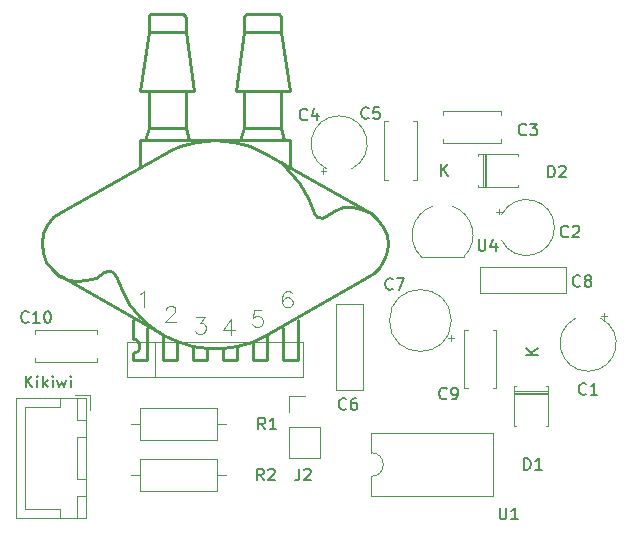
<source format=gbr>
%TF.GenerationSoftware,KiCad,Pcbnew,7.0.9*%
%TF.CreationDate,2023-12-11T15:29:27+01:00*%
%TF.ProjectId,MPX5100DP-THT-board,4d505835-3130-4304-9450-2d5448542d62,1.2*%
%TF.SameCoordinates,Original*%
%TF.FileFunction,Legend,Top*%
%TF.FilePolarity,Positive*%
%FSLAX46Y46*%
G04 Gerber Fmt 4.6, Leading zero omitted, Abs format (unit mm)*
G04 Created by KiCad (PCBNEW 7.0.9) date 2023-12-11 15:29:27*
%MOMM*%
%LPD*%
G01*
G04 APERTURE LIST*
%ADD10C,0.150000*%
%ADD11C,0.120000*%
%ADD12C,0.264583*%
%ADD13C,0.264584*%
%ADD14C,0.039563*%
G04 APERTURE END LIST*
D10*
X76922333Y-49508580D02*
X76874714Y-49556200D01*
X76874714Y-49556200D02*
X76731857Y-49603819D01*
X76731857Y-49603819D02*
X76636619Y-49603819D01*
X76636619Y-49603819D02*
X76493762Y-49556200D01*
X76493762Y-49556200D02*
X76398524Y-49460961D01*
X76398524Y-49460961D02*
X76350905Y-49365723D01*
X76350905Y-49365723D02*
X76303286Y-49175247D01*
X76303286Y-49175247D02*
X76303286Y-49032390D01*
X76303286Y-49032390D02*
X76350905Y-48841914D01*
X76350905Y-48841914D02*
X76398524Y-48746676D01*
X76398524Y-48746676D02*
X76493762Y-48651438D01*
X76493762Y-48651438D02*
X76636619Y-48603819D01*
X76636619Y-48603819D02*
X76731857Y-48603819D01*
X76731857Y-48603819D02*
X76874714Y-48651438D01*
X76874714Y-48651438D02*
X76922333Y-48699057D01*
X77398524Y-49603819D02*
X77589000Y-49603819D01*
X77589000Y-49603819D02*
X77684238Y-49556200D01*
X77684238Y-49556200D02*
X77731857Y-49508580D01*
X77731857Y-49508580D02*
X77827095Y-49365723D01*
X77827095Y-49365723D02*
X77874714Y-49175247D01*
X77874714Y-49175247D02*
X77874714Y-48794295D01*
X77874714Y-48794295D02*
X77827095Y-48699057D01*
X77827095Y-48699057D02*
X77779476Y-48651438D01*
X77779476Y-48651438D02*
X77684238Y-48603819D01*
X77684238Y-48603819D02*
X77493762Y-48603819D01*
X77493762Y-48603819D02*
X77398524Y-48651438D01*
X77398524Y-48651438D02*
X77350905Y-48699057D01*
X77350905Y-48699057D02*
X77303286Y-48794295D01*
X77303286Y-48794295D02*
X77303286Y-49032390D01*
X77303286Y-49032390D02*
X77350905Y-49127628D01*
X77350905Y-49127628D02*
X77398524Y-49175247D01*
X77398524Y-49175247D02*
X77493762Y-49222866D01*
X77493762Y-49222866D02*
X77684238Y-49222866D01*
X77684238Y-49222866D02*
X77779476Y-49175247D01*
X77779476Y-49175247D02*
X77827095Y-49127628D01*
X77827095Y-49127628D02*
X77874714Y-49032390D01*
X88225333Y-39983580D02*
X88177714Y-40031200D01*
X88177714Y-40031200D02*
X88034857Y-40078819D01*
X88034857Y-40078819D02*
X87939619Y-40078819D01*
X87939619Y-40078819D02*
X87796762Y-40031200D01*
X87796762Y-40031200D02*
X87701524Y-39935961D01*
X87701524Y-39935961D02*
X87653905Y-39840723D01*
X87653905Y-39840723D02*
X87606286Y-39650247D01*
X87606286Y-39650247D02*
X87606286Y-39507390D01*
X87606286Y-39507390D02*
X87653905Y-39316914D01*
X87653905Y-39316914D02*
X87701524Y-39221676D01*
X87701524Y-39221676D02*
X87796762Y-39126438D01*
X87796762Y-39126438D02*
X87939619Y-39078819D01*
X87939619Y-39078819D02*
X88034857Y-39078819D01*
X88034857Y-39078819D02*
X88177714Y-39126438D01*
X88177714Y-39126438D02*
X88225333Y-39174057D01*
X88796762Y-39507390D02*
X88701524Y-39459771D01*
X88701524Y-39459771D02*
X88653905Y-39412152D01*
X88653905Y-39412152D02*
X88606286Y-39316914D01*
X88606286Y-39316914D02*
X88606286Y-39269295D01*
X88606286Y-39269295D02*
X88653905Y-39174057D01*
X88653905Y-39174057D02*
X88701524Y-39126438D01*
X88701524Y-39126438D02*
X88796762Y-39078819D01*
X88796762Y-39078819D02*
X88987238Y-39078819D01*
X88987238Y-39078819D02*
X89082476Y-39126438D01*
X89082476Y-39126438D02*
X89130095Y-39174057D01*
X89130095Y-39174057D02*
X89177714Y-39269295D01*
X89177714Y-39269295D02*
X89177714Y-39316914D01*
X89177714Y-39316914D02*
X89130095Y-39412152D01*
X89130095Y-39412152D02*
X89082476Y-39459771D01*
X89082476Y-39459771D02*
X88987238Y-39507390D01*
X88987238Y-39507390D02*
X88796762Y-39507390D01*
X88796762Y-39507390D02*
X88701524Y-39555009D01*
X88701524Y-39555009D02*
X88653905Y-39602628D01*
X88653905Y-39602628D02*
X88606286Y-39697866D01*
X88606286Y-39697866D02*
X88606286Y-39888342D01*
X88606286Y-39888342D02*
X88653905Y-39983580D01*
X88653905Y-39983580D02*
X88701524Y-40031200D01*
X88701524Y-40031200D02*
X88796762Y-40078819D01*
X88796762Y-40078819D02*
X88987238Y-40078819D01*
X88987238Y-40078819D02*
X89082476Y-40031200D01*
X89082476Y-40031200D02*
X89130095Y-39983580D01*
X89130095Y-39983580D02*
X89177714Y-39888342D01*
X89177714Y-39888342D02*
X89177714Y-39697866D01*
X89177714Y-39697866D02*
X89130095Y-39602628D01*
X89130095Y-39602628D02*
X89082476Y-39555009D01*
X89082476Y-39555009D02*
X88987238Y-39507390D01*
X88733333Y-49127580D02*
X88685714Y-49175200D01*
X88685714Y-49175200D02*
X88542857Y-49222819D01*
X88542857Y-49222819D02*
X88447619Y-49222819D01*
X88447619Y-49222819D02*
X88304762Y-49175200D01*
X88304762Y-49175200D02*
X88209524Y-49079961D01*
X88209524Y-49079961D02*
X88161905Y-48984723D01*
X88161905Y-48984723D02*
X88114286Y-48794247D01*
X88114286Y-48794247D02*
X88114286Y-48651390D01*
X88114286Y-48651390D02*
X88161905Y-48460914D01*
X88161905Y-48460914D02*
X88209524Y-48365676D01*
X88209524Y-48365676D02*
X88304762Y-48270438D01*
X88304762Y-48270438D02*
X88447619Y-48222819D01*
X88447619Y-48222819D02*
X88542857Y-48222819D01*
X88542857Y-48222819D02*
X88685714Y-48270438D01*
X88685714Y-48270438D02*
X88733333Y-48318057D01*
X89685714Y-49222819D02*
X89114286Y-49222819D01*
X89400000Y-49222819D02*
X89400000Y-48222819D01*
X89400000Y-48222819D02*
X89304762Y-48365676D01*
X89304762Y-48365676D02*
X89209524Y-48460914D01*
X89209524Y-48460914D02*
X89114286Y-48508533D01*
X68413333Y-50397580D02*
X68365714Y-50445200D01*
X68365714Y-50445200D02*
X68222857Y-50492819D01*
X68222857Y-50492819D02*
X68127619Y-50492819D01*
X68127619Y-50492819D02*
X67984762Y-50445200D01*
X67984762Y-50445200D02*
X67889524Y-50349961D01*
X67889524Y-50349961D02*
X67841905Y-50254723D01*
X67841905Y-50254723D02*
X67794286Y-50064247D01*
X67794286Y-50064247D02*
X67794286Y-49921390D01*
X67794286Y-49921390D02*
X67841905Y-49730914D01*
X67841905Y-49730914D02*
X67889524Y-49635676D01*
X67889524Y-49635676D02*
X67984762Y-49540438D01*
X67984762Y-49540438D02*
X68127619Y-49492819D01*
X68127619Y-49492819D02*
X68222857Y-49492819D01*
X68222857Y-49492819D02*
X68365714Y-49540438D01*
X68365714Y-49540438D02*
X68413333Y-49588057D01*
X69270476Y-49492819D02*
X69080000Y-49492819D01*
X69080000Y-49492819D02*
X68984762Y-49540438D01*
X68984762Y-49540438D02*
X68937143Y-49588057D01*
X68937143Y-49588057D02*
X68841905Y-49730914D01*
X68841905Y-49730914D02*
X68794286Y-49921390D01*
X68794286Y-49921390D02*
X68794286Y-50302342D01*
X68794286Y-50302342D02*
X68841905Y-50397580D01*
X68841905Y-50397580D02*
X68889524Y-50445200D01*
X68889524Y-50445200D02*
X68984762Y-50492819D01*
X68984762Y-50492819D02*
X69175238Y-50492819D01*
X69175238Y-50492819D02*
X69270476Y-50445200D01*
X69270476Y-50445200D02*
X69318095Y-50397580D01*
X69318095Y-50397580D02*
X69365714Y-50302342D01*
X69365714Y-50302342D02*
X69365714Y-50064247D01*
X69365714Y-50064247D02*
X69318095Y-49969009D01*
X69318095Y-49969009D02*
X69270476Y-49921390D01*
X69270476Y-49921390D02*
X69175238Y-49873771D01*
X69175238Y-49873771D02*
X68984762Y-49873771D01*
X68984762Y-49873771D02*
X68889524Y-49921390D01*
X68889524Y-49921390D02*
X68841905Y-49969009D01*
X68841905Y-49969009D02*
X68794286Y-50064247D01*
X41275239Y-48587819D02*
X41275239Y-47587819D01*
X41846667Y-48587819D02*
X41418096Y-48016390D01*
X41846667Y-47587819D02*
X41275239Y-48159247D01*
X42275239Y-48587819D02*
X42275239Y-47921152D01*
X42275239Y-47587819D02*
X42227620Y-47635438D01*
X42227620Y-47635438D02*
X42275239Y-47683057D01*
X42275239Y-47683057D02*
X42322858Y-47635438D01*
X42322858Y-47635438D02*
X42275239Y-47587819D01*
X42275239Y-47587819D02*
X42275239Y-47683057D01*
X42751429Y-48587819D02*
X42751429Y-47587819D01*
X42846667Y-48206866D02*
X43132381Y-48587819D01*
X43132381Y-47921152D02*
X42751429Y-48302104D01*
X43560953Y-48587819D02*
X43560953Y-47921152D01*
X43560953Y-47587819D02*
X43513334Y-47635438D01*
X43513334Y-47635438D02*
X43560953Y-47683057D01*
X43560953Y-47683057D02*
X43608572Y-47635438D01*
X43608572Y-47635438D02*
X43560953Y-47587819D01*
X43560953Y-47587819D02*
X43560953Y-47683057D01*
X43941905Y-47921152D02*
X44132381Y-48587819D01*
X44132381Y-48587819D02*
X44322857Y-48111628D01*
X44322857Y-48111628D02*
X44513333Y-48587819D01*
X44513333Y-48587819D02*
X44703809Y-47921152D01*
X45084762Y-48587819D02*
X45084762Y-47921152D01*
X45084762Y-47587819D02*
X45037143Y-47635438D01*
X45037143Y-47635438D02*
X45084762Y-47683057D01*
X45084762Y-47683057D02*
X45132381Y-47635438D01*
X45132381Y-47635438D02*
X45084762Y-47587819D01*
X45084762Y-47587819D02*
X45084762Y-47683057D01*
X83653333Y-27156580D02*
X83605714Y-27204200D01*
X83605714Y-27204200D02*
X83462857Y-27251819D01*
X83462857Y-27251819D02*
X83367619Y-27251819D01*
X83367619Y-27251819D02*
X83224762Y-27204200D01*
X83224762Y-27204200D02*
X83129524Y-27108961D01*
X83129524Y-27108961D02*
X83081905Y-27013723D01*
X83081905Y-27013723D02*
X83034286Y-26823247D01*
X83034286Y-26823247D02*
X83034286Y-26680390D01*
X83034286Y-26680390D02*
X83081905Y-26489914D01*
X83081905Y-26489914D02*
X83129524Y-26394676D01*
X83129524Y-26394676D02*
X83224762Y-26299438D01*
X83224762Y-26299438D02*
X83367619Y-26251819D01*
X83367619Y-26251819D02*
X83462857Y-26251819D01*
X83462857Y-26251819D02*
X83605714Y-26299438D01*
X83605714Y-26299438D02*
X83653333Y-26347057D01*
X83986667Y-26251819D02*
X84605714Y-26251819D01*
X84605714Y-26251819D02*
X84272381Y-26632771D01*
X84272381Y-26632771D02*
X84415238Y-26632771D01*
X84415238Y-26632771D02*
X84510476Y-26680390D01*
X84510476Y-26680390D02*
X84558095Y-26728009D01*
X84558095Y-26728009D02*
X84605714Y-26823247D01*
X84605714Y-26823247D02*
X84605714Y-27061342D01*
X84605714Y-27061342D02*
X84558095Y-27156580D01*
X84558095Y-27156580D02*
X84510476Y-27204200D01*
X84510476Y-27204200D02*
X84415238Y-27251819D01*
X84415238Y-27251819D02*
X84129524Y-27251819D01*
X84129524Y-27251819D02*
X84034286Y-27204200D01*
X84034286Y-27204200D02*
X83986667Y-27156580D01*
X72350333Y-40237580D02*
X72302714Y-40285200D01*
X72302714Y-40285200D02*
X72159857Y-40332819D01*
X72159857Y-40332819D02*
X72064619Y-40332819D01*
X72064619Y-40332819D02*
X71921762Y-40285200D01*
X71921762Y-40285200D02*
X71826524Y-40189961D01*
X71826524Y-40189961D02*
X71778905Y-40094723D01*
X71778905Y-40094723D02*
X71731286Y-39904247D01*
X71731286Y-39904247D02*
X71731286Y-39761390D01*
X71731286Y-39761390D02*
X71778905Y-39570914D01*
X71778905Y-39570914D02*
X71826524Y-39475676D01*
X71826524Y-39475676D02*
X71921762Y-39380438D01*
X71921762Y-39380438D02*
X72064619Y-39332819D01*
X72064619Y-39332819D02*
X72159857Y-39332819D01*
X72159857Y-39332819D02*
X72302714Y-39380438D01*
X72302714Y-39380438D02*
X72350333Y-39428057D01*
X72683667Y-39332819D02*
X73350333Y-39332819D01*
X73350333Y-39332819D02*
X72921762Y-40332819D01*
X87209333Y-35792580D02*
X87161714Y-35840200D01*
X87161714Y-35840200D02*
X87018857Y-35887819D01*
X87018857Y-35887819D02*
X86923619Y-35887819D01*
X86923619Y-35887819D02*
X86780762Y-35840200D01*
X86780762Y-35840200D02*
X86685524Y-35744961D01*
X86685524Y-35744961D02*
X86637905Y-35649723D01*
X86637905Y-35649723D02*
X86590286Y-35459247D01*
X86590286Y-35459247D02*
X86590286Y-35316390D01*
X86590286Y-35316390D02*
X86637905Y-35125914D01*
X86637905Y-35125914D02*
X86685524Y-35030676D01*
X86685524Y-35030676D02*
X86780762Y-34935438D01*
X86780762Y-34935438D02*
X86923619Y-34887819D01*
X86923619Y-34887819D02*
X87018857Y-34887819D01*
X87018857Y-34887819D02*
X87161714Y-34935438D01*
X87161714Y-34935438D02*
X87209333Y-34983057D01*
X87590286Y-34983057D02*
X87637905Y-34935438D01*
X87637905Y-34935438D02*
X87733143Y-34887819D01*
X87733143Y-34887819D02*
X87971238Y-34887819D01*
X87971238Y-34887819D02*
X88066476Y-34935438D01*
X88066476Y-34935438D02*
X88114095Y-34983057D01*
X88114095Y-34983057D02*
X88161714Y-35078295D01*
X88161714Y-35078295D02*
X88161714Y-35173533D01*
X88161714Y-35173533D02*
X88114095Y-35316390D01*
X88114095Y-35316390D02*
X87542667Y-35887819D01*
X87542667Y-35887819D02*
X88161714Y-35887819D01*
X85494905Y-30807819D02*
X85494905Y-29807819D01*
X85494905Y-29807819D02*
X85733000Y-29807819D01*
X85733000Y-29807819D02*
X85875857Y-29855438D01*
X85875857Y-29855438D02*
X85971095Y-29950676D01*
X85971095Y-29950676D02*
X86018714Y-30045914D01*
X86018714Y-30045914D02*
X86066333Y-30236390D01*
X86066333Y-30236390D02*
X86066333Y-30379247D01*
X86066333Y-30379247D02*
X86018714Y-30569723D01*
X86018714Y-30569723D02*
X85971095Y-30664961D01*
X85971095Y-30664961D02*
X85875857Y-30760200D01*
X85875857Y-30760200D02*
X85733000Y-30807819D01*
X85733000Y-30807819D02*
X85494905Y-30807819D01*
X86447286Y-29903057D02*
X86494905Y-29855438D01*
X86494905Y-29855438D02*
X86590143Y-29807819D01*
X86590143Y-29807819D02*
X86828238Y-29807819D01*
X86828238Y-29807819D02*
X86923476Y-29855438D01*
X86923476Y-29855438D02*
X86971095Y-29903057D01*
X86971095Y-29903057D02*
X87018714Y-29998295D01*
X87018714Y-29998295D02*
X87018714Y-30093533D01*
X87018714Y-30093533D02*
X86971095Y-30236390D01*
X86971095Y-30236390D02*
X86399667Y-30807819D01*
X86399667Y-30807819D02*
X87018714Y-30807819D01*
X76446095Y-30680819D02*
X76446095Y-29680819D01*
X77017523Y-30680819D02*
X76588952Y-30109390D01*
X77017523Y-29680819D02*
X76446095Y-30252247D01*
X64436666Y-55461819D02*
X64436666Y-56176104D01*
X64436666Y-56176104D02*
X64389047Y-56318961D01*
X64389047Y-56318961D02*
X64293809Y-56414200D01*
X64293809Y-56414200D02*
X64150952Y-56461819D01*
X64150952Y-56461819D02*
X64055714Y-56461819D01*
X64865238Y-55557057D02*
X64912857Y-55509438D01*
X64912857Y-55509438D02*
X65008095Y-55461819D01*
X65008095Y-55461819D02*
X65246190Y-55461819D01*
X65246190Y-55461819D02*
X65341428Y-55509438D01*
X65341428Y-55509438D02*
X65389047Y-55557057D01*
X65389047Y-55557057D02*
X65436666Y-55652295D01*
X65436666Y-55652295D02*
X65436666Y-55747533D01*
X65436666Y-55747533D02*
X65389047Y-55890390D01*
X65389047Y-55890390D02*
X64817619Y-56461819D01*
X64817619Y-56461819D02*
X65436666Y-56461819D01*
X79629095Y-36030819D02*
X79629095Y-36840342D01*
X79629095Y-36840342D02*
X79676714Y-36935580D01*
X79676714Y-36935580D02*
X79724333Y-36983200D01*
X79724333Y-36983200D02*
X79819571Y-37030819D01*
X79819571Y-37030819D02*
X80010047Y-37030819D01*
X80010047Y-37030819D02*
X80105285Y-36983200D01*
X80105285Y-36983200D02*
X80152904Y-36935580D01*
X80152904Y-36935580D02*
X80200523Y-36840342D01*
X80200523Y-36840342D02*
X80200523Y-36030819D01*
X81105285Y-36364152D02*
X81105285Y-37030819D01*
X80867190Y-35983200D02*
X80629095Y-36697485D01*
X80629095Y-36697485D02*
X81248142Y-36697485D01*
X61555333Y-52143819D02*
X61222000Y-51667628D01*
X60983905Y-52143819D02*
X60983905Y-51143819D01*
X60983905Y-51143819D02*
X61364857Y-51143819D01*
X61364857Y-51143819D02*
X61460095Y-51191438D01*
X61460095Y-51191438D02*
X61507714Y-51239057D01*
X61507714Y-51239057D02*
X61555333Y-51334295D01*
X61555333Y-51334295D02*
X61555333Y-51477152D01*
X61555333Y-51477152D02*
X61507714Y-51572390D01*
X61507714Y-51572390D02*
X61460095Y-51620009D01*
X61460095Y-51620009D02*
X61364857Y-51667628D01*
X61364857Y-51667628D02*
X60983905Y-51667628D01*
X62507714Y-52143819D02*
X61936286Y-52143819D01*
X62222000Y-52143819D02*
X62222000Y-51143819D01*
X62222000Y-51143819D02*
X62126762Y-51286676D01*
X62126762Y-51286676D02*
X62031524Y-51381914D01*
X62031524Y-51381914D02*
X61936286Y-51429533D01*
X81407095Y-58763819D02*
X81407095Y-59573342D01*
X81407095Y-59573342D02*
X81454714Y-59668580D01*
X81454714Y-59668580D02*
X81502333Y-59716200D01*
X81502333Y-59716200D02*
X81597571Y-59763819D01*
X81597571Y-59763819D02*
X81788047Y-59763819D01*
X81788047Y-59763819D02*
X81883285Y-59716200D01*
X81883285Y-59716200D02*
X81930904Y-59668580D01*
X81930904Y-59668580D02*
X81978523Y-59573342D01*
X81978523Y-59573342D02*
X81978523Y-58763819D01*
X82978523Y-59763819D02*
X82407095Y-59763819D01*
X82692809Y-59763819D02*
X82692809Y-58763819D01*
X82692809Y-58763819D02*
X82597571Y-58906676D01*
X82597571Y-58906676D02*
X82502333Y-59001914D01*
X82502333Y-59001914D02*
X82407095Y-59049533D01*
X41521142Y-43031580D02*
X41473523Y-43079200D01*
X41473523Y-43079200D02*
X41330666Y-43126819D01*
X41330666Y-43126819D02*
X41235428Y-43126819D01*
X41235428Y-43126819D02*
X41092571Y-43079200D01*
X41092571Y-43079200D02*
X40997333Y-42983961D01*
X40997333Y-42983961D02*
X40949714Y-42888723D01*
X40949714Y-42888723D02*
X40902095Y-42698247D01*
X40902095Y-42698247D02*
X40902095Y-42555390D01*
X40902095Y-42555390D02*
X40949714Y-42364914D01*
X40949714Y-42364914D02*
X40997333Y-42269676D01*
X40997333Y-42269676D02*
X41092571Y-42174438D01*
X41092571Y-42174438D02*
X41235428Y-42126819D01*
X41235428Y-42126819D02*
X41330666Y-42126819D01*
X41330666Y-42126819D02*
X41473523Y-42174438D01*
X41473523Y-42174438D02*
X41521142Y-42222057D01*
X42473523Y-43126819D02*
X41902095Y-43126819D01*
X42187809Y-43126819D02*
X42187809Y-42126819D01*
X42187809Y-42126819D02*
X42092571Y-42269676D01*
X42092571Y-42269676D02*
X41997333Y-42364914D01*
X41997333Y-42364914D02*
X41902095Y-42412533D01*
X43092571Y-42126819D02*
X43187809Y-42126819D01*
X43187809Y-42126819D02*
X43283047Y-42174438D01*
X43283047Y-42174438D02*
X43330666Y-42222057D01*
X43330666Y-42222057D02*
X43378285Y-42317295D01*
X43378285Y-42317295D02*
X43425904Y-42507771D01*
X43425904Y-42507771D02*
X43425904Y-42745866D01*
X43425904Y-42745866D02*
X43378285Y-42936342D01*
X43378285Y-42936342D02*
X43330666Y-43031580D01*
X43330666Y-43031580D02*
X43283047Y-43079200D01*
X43283047Y-43079200D02*
X43187809Y-43126819D01*
X43187809Y-43126819D02*
X43092571Y-43126819D01*
X43092571Y-43126819D02*
X42997333Y-43079200D01*
X42997333Y-43079200D02*
X42949714Y-43031580D01*
X42949714Y-43031580D02*
X42902095Y-42936342D01*
X42902095Y-42936342D02*
X42854476Y-42745866D01*
X42854476Y-42745866D02*
X42854476Y-42507771D01*
X42854476Y-42507771D02*
X42902095Y-42317295D01*
X42902095Y-42317295D02*
X42949714Y-42222057D01*
X42949714Y-42222057D02*
X42997333Y-42174438D01*
X42997333Y-42174438D02*
X43092571Y-42126819D01*
X61428333Y-56461819D02*
X61095000Y-55985628D01*
X60856905Y-56461819D02*
X60856905Y-55461819D01*
X60856905Y-55461819D02*
X61237857Y-55461819D01*
X61237857Y-55461819D02*
X61333095Y-55509438D01*
X61333095Y-55509438D02*
X61380714Y-55557057D01*
X61380714Y-55557057D02*
X61428333Y-55652295D01*
X61428333Y-55652295D02*
X61428333Y-55795152D01*
X61428333Y-55795152D02*
X61380714Y-55890390D01*
X61380714Y-55890390D02*
X61333095Y-55938009D01*
X61333095Y-55938009D02*
X61237857Y-55985628D01*
X61237857Y-55985628D02*
X60856905Y-55985628D01*
X61809286Y-55557057D02*
X61856905Y-55509438D01*
X61856905Y-55509438D02*
X61952143Y-55461819D01*
X61952143Y-55461819D02*
X62190238Y-55461819D01*
X62190238Y-55461819D02*
X62285476Y-55509438D01*
X62285476Y-55509438D02*
X62333095Y-55557057D01*
X62333095Y-55557057D02*
X62380714Y-55652295D01*
X62380714Y-55652295D02*
X62380714Y-55747533D01*
X62380714Y-55747533D02*
X62333095Y-55890390D01*
X62333095Y-55890390D02*
X61761667Y-56461819D01*
X61761667Y-56461819D02*
X62380714Y-56461819D01*
X83462905Y-55572819D02*
X83462905Y-54572819D01*
X83462905Y-54572819D02*
X83701000Y-54572819D01*
X83701000Y-54572819D02*
X83843857Y-54620438D01*
X83843857Y-54620438D02*
X83939095Y-54715676D01*
X83939095Y-54715676D02*
X83986714Y-54810914D01*
X83986714Y-54810914D02*
X84034333Y-55001390D01*
X84034333Y-55001390D02*
X84034333Y-55144247D01*
X84034333Y-55144247D02*
X83986714Y-55334723D01*
X83986714Y-55334723D02*
X83939095Y-55429961D01*
X83939095Y-55429961D02*
X83843857Y-55525200D01*
X83843857Y-55525200D02*
X83701000Y-55572819D01*
X83701000Y-55572819D02*
X83462905Y-55572819D01*
X84986714Y-55572819D02*
X84415286Y-55572819D01*
X84701000Y-55572819D02*
X84701000Y-54572819D01*
X84701000Y-54572819D02*
X84605762Y-54715676D01*
X84605762Y-54715676D02*
X84510524Y-54810914D01*
X84510524Y-54810914D02*
X84415286Y-54858533D01*
X84655819Y-45854904D02*
X83655819Y-45854904D01*
X84655819Y-45283476D02*
X84084390Y-45712047D01*
X83655819Y-45283476D02*
X84227247Y-45854904D01*
X65111333Y-25886580D02*
X65063714Y-25934200D01*
X65063714Y-25934200D02*
X64920857Y-25981819D01*
X64920857Y-25981819D02*
X64825619Y-25981819D01*
X64825619Y-25981819D02*
X64682762Y-25934200D01*
X64682762Y-25934200D02*
X64587524Y-25838961D01*
X64587524Y-25838961D02*
X64539905Y-25743723D01*
X64539905Y-25743723D02*
X64492286Y-25553247D01*
X64492286Y-25553247D02*
X64492286Y-25410390D01*
X64492286Y-25410390D02*
X64539905Y-25219914D01*
X64539905Y-25219914D02*
X64587524Y-25124676D01*
X64587524Y-25124676D02*
X64682762Y-25029438D01*
X64682762Y-25029438D02*
X64825619Y-24981819D01*
X64825619Y-24981819D02*
X64920857Y-24981819D01*
X64920857Y-24981819D02*
X65063714Y-25029438D01*
X65063714Y-25029438D02*
X65111333Y-25077057D01*
X65968476Y-25315152D02*
X65968476Y-25981819D01*
X65730381Y-24934200D02*
X65492286Y-25648485D01*
X65492286Y-25648485D02*
X66111333Y-25648485D01*
X70318333Y-25759580D02*
X70270714Y-25807200D01*
X70270714Y-25807200D02*
X70127857Y-25854819D01*
X70127857Y-25854819D02*
X70032619Y-25854819D01*
X70032619Y-25854819D02*
X69889762Y-25807200D01*
X69889762Y-25807200D02*
X69794524Y-25711961D01*
X69794524Y-25711961D02*
X69746905Y-25616723D01*
X69746905Y-25616723D02*
X69699286Y-25426247D01*
X69699286Y-25426247D02*
X69699286Y-25283390D01*
X69699286Y-25283390D02*
X69746905Y-25092914D01*
X69746905Y-25092914D02*
X69794524Y-24997676D01*
X69794524Y-24997676D02*
X69889762Y-24902438D01*
X69889762Y-24902438D02*
X70032619Y-24854819D01*
X70032619Y-24854819D02*
X70127857Y-24854819D01*
X70127857Y-24854819D02*
X70270714Y-24902438D01*
X70270714Y-24902438D02*
X70318333Y-24950057D01*
X71223095Y-24854819D02*
X70746905Y-24854819D01*
X70746905Y-24854819D02*
X70699286Y-25331009D01*
X70699286Y-25331009D02*
X70746905Y-25283390D01*
X70746905Y-25283390D02*
X70842143Y-25235771D01*
X70842143Y-25235771D02*
X71080238Y-25235771D01*
X71080238Y-25235771D02*
X71175476Y-25283390D01*
X71175476Y-25283390D02*
X71223095Y-25331009D01*
X71223095Y-25331009D02*
X71270714Y-25426247D01*
X71270714Y-25426247D02*
X71270714Y-25664342D01*
X71270714Y-25664342D02*
X71223095Y-25759580D01*
X71223095Y-25759580D02*
X71175476Y-25807200D01*
X71175476Y-25807200D02*
X71080238Y-25854819D01*
X71080238Y-25854819D02*
X70842143Y-25854819D01*
X70842143Y-25854819D02*
X70746905Y-25807200D01*
X70746905Y-25807200D02*
X70699286Y-25759580D01*
D11*
%TO.C,C9*%
X81126000Y-43718000D02*
X80811000Y-43718000D01*
X81126000Y-43718000D02*
X81126000Y-48658000D01*
X78701000Y-43718000D02*
X78386000Y-43718000D01*
X78386000Y-43718000D02*
X78386000Y-48658000D01*
X81126000Y-48658000D02*
X80811000Y-48658000D01*
X78701000Y-48658000D02*
X78386000Y-48658000D01*
D12*
%TO.C,U3*%
X42671758Y-36377247D02*
X42759988Y-37167074D01*
X42759988Y-35545679D02*
X42671758Y-36377247D01*
X42759988Y-37167074D02*
X43022718Y-37955923D01*
X43022718Y-37955923D02*
X43506678Y-38569979D01*
X43110948Y-34843575D02*
X42759988Y-35545679D01*
X43506678Y-38569979D02*
X44077233Y-39139359D01*
X43594581Y-34186472D02*
X43110948Y-34843575D01*
X44077233Y-39139359D02*
X44868692Y-39489596D01*
X44253367Y-33703510D02*
X43594581Y-34186472D01*
X44868692Y-39489596D02*
X45614074Y-39577644D01*
X45614074Y-39577644D02*
X46405532Y-39532969D01*
X46405532Y-39532969D02*
X47195684Y-39313826D01*
X47195684Y-39313826D02*
X47898912Y-38832495D01*
X48250199Y-38701073D02*
X47898911Y-38832493D01*
X48425025Y-38701073D02*
X48250199Y-38701073D01*
X48689062Y-38832493D02*
X48425025Y-38701073D01*
X48777293Y-38963589D02*
X48689062Y-38832493D01*
X48908658Y-39139359D02*
X48777293Y-38963589D01*
X48908658Y-39139359D02*
X49391310Y-40366167D01*
X49391310Y-40366167D02*
X50049770Y-41506231D01*
D11*
X49847848Y-44726000D02*
X64747848Y-44726000D01*
X49847848Y-47726000D02*
X49847848Y-44726000D01*
D12*
X50049770Y-41506231D02*
X50884689Y-42513895D01*
D13*
X50331340Y-46226000D02*
X51564357Y-46226000D01*
X50331546Y-42842562D02*
X50331546Y-44475222D01*
X50331546Y-45666628D02*
X50331340Y-46226000D01*
X50331874Y-45666964D02*
X50552180Y-45623659D01*
X50552180Y-44520556D02*
X50331874Y-44475954D01*
X50552180Y-45623659D02*
X50772158Y-45491366D01*
X50772158Y-44696200D02*
X50552180Y-44520556D01*
X50772158Y-45491366D02*
X50904277Y-45270739D01*
D12*
X50884689Y-42513895D02*
X51807513Y-43390467D01*
D13*
X50904277Y-44961794D02*
X50772158Y-44696200D01*
X50904277Y-45270739D02*
X50904277Y-44961794D01*
D12*
X50972920Y-27654911D02*
X50972920Y-29890688D01*
D14*
X50988893Y-40683079D02*
X51120127Y-40617462D01*
X51120127Y-40617462D02*
X51321211Y-40416378D01*
X51321211Y-40416378D02*
X51321211Y-41817614D01*
D13*
X51564357Y-46226000D02*
X51564563Y-43549074D01*
D12*
X51719935Y-17136386D02*
X51719935Y-17267806D01*
X51719937Y-17267807D02*
X51719937Y-18538965D01*
X51719937Y-18538965D02*
X50973247Y-23492178D01*
X51719937Y-23492178D02*
X51719937Y-26647245D01*
X51719937Y-26647245D02*
X51368976Y-27654911D01*
X51807513Y-43390467D02*
X52905490Y-44135616D01*
X51807839Y-17005292D02*
X51719935Y-17136386D01*
X51939531Y-16960615D02*
X51807839Y-17005292D01*
X51982666Y-16960615D02*
X51939531Y-16960615D01*
D11*
X52217848Y-44726000D02*
X52217848Y-47726000D01*
D13*
X52871310Y-46226015D02*
X52871310Y-44210619D01*
D12*
X52905490Y-44135616D02*
X54091697Y-44661951D01*
X52948626Y-44134968D02*
X44253041Y-39182081D01*
X52948627Y-28794651D02*
X44253042Y-33703188D01*
D14*
X53096174Y-43081286D02*
X54029626Y-43081286D01*
X53161792Y-41946751D02*
X53229524Y-41815518D01*
X53161792Y-42014484D02*
X53161792Y-41946751D01*
X53229524Y-41815518D02*
X53297258Y-41747784D01*
X53297258Y-41747784D02*
X53428491Y-41680050D01*
X53428491Y-41680050D02*
X53695192Y-41680050D01*
D12*
X53607737Y-28488110D02*
X52948624Y-28794975D01*
D14*
X53695192Y-41680050D02*
X53830659Y-41747784D01*
X53762926Y-42414534D02*
X53096174Y-43081286D01*
X53830659Y-41747784D02*
X53896275Y-41815518D01*
X53896275Y-41815518D02*
X53961893Y-41946751D01*
X53896275Y-42213451D02*
X53762926Y-42414534D01*
X53961893Y-41946751D02*
X53961893Y-42082218D01*
X53961893Y-42082218D02*
X53896275Y-42213451D01*
D12*
X54091697Y-44661951D02*
X55320712Y-45056864D01*
D13*
X54104327Y-44740160D02*
X54104327Y-46226015D01*
X54104327Y-46226015D02*
X52871310Y-46226015D01*
D12*
X54310965Y-28180919D02*
X53607737Y-28488110D01*
X54487100Y-16960616D02*
X51982668Y-16960616D01*
X54618790Y-16960615D02*
X54487099Y-16960615D01*
X54793617Y-17136386D02*
X54618790Y-16960615D01*
X54793617Y-17179758D02*
X54793617Y-17136386D01*
X54881847Y-17267806D02*
X54793617Y-17179758D01*
X54881849Y-18538965D02*
X51719937Y-18538965D01*
X54881849Y-18538965D02*
X54881849Y-17267807D01*
X54881849Y-23492178D02*
X54881849Y-26647245D01*
X54881849Y-26647245D02*
X51719937Y-26647245D01*
X54881849Y-26647245D02*
X55145886Y-27654911D01*
X55057982Y-27962102D02*
X54310965Y-28180919D01*
X55320712Y-45056864D02*
X56638284Y-45231331D01*
D13*
X55411067Y-46226183D02*
X55411067Y-45050066D01*
D12*
X55496847Y-23492178D02*
X50972920Y-23492178D01*
X55496847Y-23492178D02*
X54881849Y-18538965D01*
D14*
X55672335Y-43908583D02*
X55606718Y-43775232D01*
X55740068Y-42640698D02*
X56472437Y-42640698D01*
X55740068Y-43975258D02*
X55672335Y-43908583D01*
D12*
X55759903Y-27787310D02*
X55057982Y-27962102D01*
D14*
X55939035Y-44041933D02*
X55740068Y-43975258D01*
X56074503Y-43174099D02*
X56273470Y-43174099D01*
X56140119Y-44041933D02*
X55939035Y-44041933D01*
X56273470Y-43174099D02*
X56406819Y-43241833D01*
X56341203Y-43975258D02*
X56140119Y-44041933D01*
X56406819Y-43241833D02*
X56472437Y-43309565D01*
X56472437Y-42640698D02*
X56074503Y-43174099D01*
X56472437Y-43309565D02*
X56540170Y-43508532D01*
X56472437Y-43841908D02*
X56341203Y-43975258D01*
X56540170Y-43508532D02*
X56540170Y-43641882D01*
X56540170Y-43641882D02*
X56472437Y-43841908D01*
D12*
X56638284Y-45231331D02*
X57956837Y-45231331D01*
D13*
X56644412Y-45225710D02*
X56644412Y-46226183D01*
X56644412Y-46226183D02*
X55411067Y-46226183D01*
D12*
X57297720Y-27654585D02*
X58834561Y-27786984D01*
X57298051Y-27654911D02*
X55759903Y-27787310D01*
X57298052Y-27654911D02*
X50972920Y-27654911D01*
X57298053Y-27654589D02*
X63622203Y-27654589D01*
D13*
X57951167Y-45225390D02*
X57951167Y-46226198D01*
X57951167Y-46226198D02*
X59184512Y-46226198D01*
D12*
X57956837Y-45231331D02*
X59185851Y-45056864D01*
D14*
X57982473Y-43694201D02*
X58983659Y-43694201D01*
X58649224Y-42758633D02*
X57982473Y-43694201D01*
X58649224Y-42758633D02*
X58649224Y-44159868D01*
D12*
X58834561Y-27786984D02*
X59581250Y-27961776D01*
X59097951Y-23491853D02*
X59756409Y-18538641D01*
X59097951Y-23491853D02*
X63622203Y-23491853D01*
D13*
X59184512Y-46226198D02*
X59184512Y-45049746D01*
D12*
X59185851Y-45056864D02*
X60459964Y-44704996D01*
X59581250Y-27961776D02*
X60283498Y-28180593D01*
X59756409Y-18538641D02*
X59756409Y-17267483D01*
X59756409Y-18538641D02*
X62919629Y-18538641D01*
X59756409Y-23491853D02*
X59756409Y-26646921D01*
X59756409Y-26646921D02*
X59448911Y-27654587D01*
X59756409Y-26646921D02*
X62919629Y-26646921D01*
X59756734Y-17179759D02*
X59756734Y-17267807D01*
X59976329Y-16960616D02*
X59756734Y-17179759D01*
X60020774Y-16960292D02*
X62612130Y-16960292D01*
X60021098Y-16960616D02*
X59976329Y-16960616D01*
X60283498Y-28180593D02*
X60986726Y-28487784D01*
X60459964Y-44704996D02*
X61645842Y-44135616D01*
D13*
X60491252Y-44740160D02*
X60491252Y-46226198D01*
X60491252Y-46226198D02*
X61724589Y-46226198D01*
D14*
X60508593Y-42669232D02*
X60576327Y-42601498D01*
X60508593Y-43335981D02*
X60442977Y-43202631D01*
X60576327Y-42068096D02*
X60508593Y-42669232D01*
X60576327Y-42601498D02*
X60775294Y-42535881D01*
X60576327Y-43402657D02*
X60508593Y-43335981D01*
X60775294Y-42535881D02*
X60976376Y-42535881D01*
X60775294Y-43469332D02*
X60576327Y-43402657D01*
X60976376Y-42535881D02*
X61177460Y-42601498D01*
X60976376Y-43469332D02*
X60775294Y-43469332D01*
D12*
X60986726Y-28487784D02*
X61645839Y-28794649D01*
D14*
X61177460Y-42601498D02*
X61308694Y-42736963D01*
X61177460Y-43402657D02*
X60976376Y-43469332D01*
X61243077Y-42068096D02*
X60576327Y-42068096D01*
X61308694Y-42736963D02*
X61376427Y-42935930D01*
X61308694Y-43269306D02*
X61177460Y-43402657D01*
X61376427Y-42935930D02*
X61376427Y-43069281D01*
X61376427Y-43069281D02*
X61308694Y-43269306D01*
D12*
X61645839Y-28794649D02*
X70341424Y-33703184D01*
X61645846Y-44134968D02*
X70341431Y-39182081D01*
D13*
X61724589Y-46226198D02*
X61724589Y-44210604D01*
D12*
X62655915Y-16960616D02*
X62612454Y-16960616D01*
X62700358Y-17005292D02*
X62655915Y-16960616D01*
X62832049Y-17048664D02*
X62700358Y-17005292D01*
X62832049Y-17136387D02*
X62832049Y-17048664D01*
X62919629Y-17267483D02*
X62919629Y-18538641D01*
X62919629Y-18538641D02*
X63621877Y-23491853D01*
X62919629Y-23491853D02*
X62919629Y-26646921D01*
X62919629Y-26646921D02*
X63182687Y-27654587D01*
X62919953Y-17179759D02*
X62832049Y-17136387D01*
X62919953Y-17267807D02*
X62919953Y-17179759D01*
D14*
X63018634Y-41017513D02*
X63018634Y-41351946D01*
X63018634Y-41351946D02*
X63086367Y-41617588D01*
D13*
X63031344Y-43548739D02*
X63031344Y-46226198D01*
X63031344Y-46226198D02*
X64307963Y-46225802D01*
D14*
X63086367Y-40683079D02*
X63018634Y-41017513D01*
X63086367Y-41150862D02*
X63018634Y-41351946D01*
X63086367Y-41617588D02*
X63219718Y-41750939D01*
X63219718Y-40484112D02*
X63086367Y-40683079D01*
X63219718Y-41017513D02*
X63086367Y-41150862D01*
X63219718Y-41750939D02*
X63420800Y-41817614D01*
X63420800Y-40416378D02*
X63219718Y-40484112D01*
X63420800Y-40949780D02*
X63219718Y-41017513D01*
X63420800Y-41817614D02*
X63486417Y-41817614D01*
X63486417Y-40949780D02*
X63420800Y-40949780D01*
X63486417Y-41817614D02*
X63687501Y-41750939D01*
X63552033Y-40416378D02*
X63420800Y-40416378D01*
D12*
X63621877Y-27654587D02*
X63621877Y-29890364D01*
D14*
X63687501Y-41017513D02*
X63486417Y-40949780D01*
X63687501Y-41750939D02*
X63818734Y-41617588D01*
X63753117Y-40484112D02*
X63552033Y-40416378D01*
X63818734Y-40617462D02*
X63753117Y-40484112D01*
X63818734Y-41150862D02*
X63687501Y-41017513D01*
X63818734Y-41617588D02*
X63886468Y-41417563D01*
X63886468Y-41351946D02*
X63818734Y-41150862D01*
X63886468Y-41417563D02*
X63886468Y-41351946D01*
D12*
X64105834Y-30855308D02*
X62875186Y-29495775D01*
D13*
X64307963Y-46225802D02*
X64307963Y-42842562D01*
D12*
X64500256Y-31381315D02*
X64105834Y-30855308D01*
D11*
X64747848Y-44726000D02*
X64747848Y-47726000D01*
X64747848Y-47726000D02*
X49847848Y-47726000D01*
D12*
X64851218Y-31995372D02*
X64500256Y-31381315D01*
X65203484Y-32520075D02*
X64851218Y-31995372D01*
X65466542Y-33178808D02*
X65203484Y-32520075D01*
X65686137Y-33791559D02*
X65466542Y-33178808D01*
X65686137Y-33791559D02*
X65950501Y-34143101D01*
X65950501Y-34143101D02*
X66125327Y-34186472D01*
X66125327Y-34186472D02*
X66344924Y-34229519D01*
X66344924Y-34229519D02*
X66521056Y-34186472D01*
X66521056Y-34186472D02*
X66697190Y-34055052D01*
X67355651Y-33660139D02*
X66697192Y-34055052D01*
X68146128Y-33353273D02*
X67355651Y-33660139D01*
X68893145Y-33309902D02*
X68146128Y-33353273D01*
X69682969Y-33484367D02*
X68893145Y-33309902D01*
X70341754Y-39182730D02*
X70737483Y-38875538D01*
X70473121Y-33791559D02*
X69682969Y-33484367D01*
X70737483Y-38875538D02*
X71176673Y-38481930D01*
X71044984Y-34317566D02*
X70473121Y-33791559D01*
X71176673Y-38481930D02*
X71484172Y-38043970D01*
X71484172Y-38043970D02*
X71703769Y-37517637D01*
X71527636Y-34974995D02*
X71044984Y-34317566D01*
X71703769Y-37517637D02*
X71878594Y-37035000D01*
X71835135Y-35676773D02*
X71527636Y-34974995D01*
X71878594Y-37035000D02*
X71966824Y-36465620D01*
X71966826Y-36465296D02*
X71835135Y-35676773D01*
D11*
%TO.C,C8*%
X79779000Y-38377000D02*
X79779000Y-40617000D01*
X79779000Y-38377000D02*
X87019000Y-38377000D01*
X79779000Y-40617000D02*
X87019000Y-40617000D01*
X87019000Y-38377000D02*
X87019000Y-40617000D01*
%TO.C,C1*%
X90235000Y-42313712D02*
X90235000Y-42763712D01*
X90460000Y-42538712D02*
X90010000Y-42538712D01*
X87840000Y-42731259D02*
G75*
G03*
X89960000Y-42731259I1060000J-2119741D01*
G01*
%TO.C,C6*%
X69827000Y-41552000D02*
X67587000Y-41552000D01*
X69827000Y-41552000D02*
X69827000Y-48792000D01*
X67587000Y-41552000D02*
X67587000Y-48792000D01*
X69827000Y-48792000D02*
X67587000Y-48792000D01*
%TO.C,J1*%
X46692000Y-49220000D02*
X45442000Y-49220000D01*
X46402000Y-49510000D02*
X40432000Y-49510000D01*
X40432000Y-49510000D02*
X40432000Y-59630000D01*
X46392000Y-49520000D02*
X45642000Y-49520000D01*
X45642000Y-49520000D02*
X45642000Y-51320000D01*
X44142000Y-49520000D02*
X44142000Y-50270000D01*
X44142000Y-50270000D02*
X41192000Y-50270000D01*
X41192000Y-50270000D02*
X41192000Y-54570000D01*
X46692000Y-50470000D02*
X46692000Y-49220000D01*
X46392000Y-51320000D02*
X46392000Y-49520000D01*
X45642000Y-51320000D02*
X46392000Y-51320000D01*
X46392000Y-52820000D02*
X45642000Y-52820000D01*
X45642000Y-52820000D02*
X45642000Y-56320000D01*
X46392000Y-56320000D02*
X46392000Y-52820000D01*
X45642000Y-56320000D02*
X46392000Y-56320000D01*
X46392000Y-57820000D02*
X45642000Y-57820000D01*
X45642000Y-57820000D02*
X45642000Y-59620000D01*
X44142000Y-58870000D02*
X41192000Y-58870000D01*
X41192000Y-58870000D02*
X41192000Y-54570000D01*
X46392000Y-59620000D02*
X46392000Y-57820000D01*
X45642000Y-59620000D02*
X46392000Y-59620000D01*
X44142000Y-59620000D02*
X44142000Y-58870000D01*
X46402000Y-59630000D02*
X46402000Y-49510000D01*
X40432000Y-59630000D02*
X46402000Y-59630000D01*
%TO.C,C3*%
X76611000Y-25173000D02*
X76611000Y-25488000D01*
X76611000Y-25173000D02*
X81551000Y-25173000D01*
X76611000Y-27598000D02*
X76611000Y-27913000D01*
X76611000Y-27913000D02*
X81551000Y-27913000D01*
X81551000Y-25173000D02*
X81551000Y-25488000D01*
X81551000Y-27598000D02*
X81551000Y-27913000D01*
%TO.C,C7*%
X77500775Y-44401000D02*
X77000775Y-44401000D01*
X77250775Y-44651000D02*
X77250775Y-44151000D01*
X77316000Y-42926000D02*
G75*
G03*
X77316000Y-42926000I-2620000J0D01*
G01*
%TO.C,C2*%
X81135712Y-33717000D02*
X81585712Y-33717000D01*
X81360712Y-33492000D02*
X81360712Y-33942000D01*
X81553259Y-36112000D02*
G75*
G03*
X81553259Y-33992000I2119741J1060000D01*
G01*
%TO.C,D2*%
X79560000Y-28806000D02*
X83000000Y-28806000D01*
X79560000Y-28986000D02*
X79560000Y-28806000D01*
X79560000Y-31466000D02*
X79560000Y-31646000D01*
X79560000Y-31646000D02*
X83000000Y-31646000D01*
X80040000Y-28806000D02*
X80040000Y-31646000D01*
X80160000Y-28806000D02*
X80160000Y-31646000D01*
X80280000Y-28806000D02*
X80280000Y-31646000D01*
X83000000Y-28806000D02*
X83000000Y-28986000D01*
X83000000Y-31646000D02*
X83000000Y-31466000D01*
%TO.C,J2*%
X63567000Y-49343000D02*
X64897000Y-49343000D01*
X63567000Y-50673000D02*
X63567000Y-49343000D01*
X63567000Y-51943000D02*
X63567000Y-54543000D01*
X63567000Y-51943000D02*
X66227000Y-51943000D01*
X63567000Y-54543000D02*
X66227000Y-54543000D01*
X66227000Y-51943000D02*
X66227000Y-54543000D01*
%TO.C,U4*%
X74781000Y-37537000D02*
X78381000Y-37537000D01*
X75761000Y-33237001D02*
G75*
G03*
X74769126Y-37528740I820000J-2449999D01*
G01*
X78389445Y-37514684D02*
G75*
G03*
X77361000Y-33237000I-1808445J1827684D01*
G01*
%TO.C,R1*%
X58269000Y-51689000D02*
X57499000Y-51689000D01*
X57499000Y-53059000D02*
X57499000Y-50319000D01*
X57499000Y-50319000D02*
X50959000Y-50319000D01*
X50959000Y-53059000D02*
X57499000Y-53059000D01*
X50959000Y-50319000D02*
X50959000Y-53059000D01*
X50189000Y-51689000D02*
X50959000Y-51689000D01*
%TO.C,U1*%
X70552000Y-57768000D02*
X80832000Y-57768000D01*
X80832000Y-57768000D02*
X80832000Y-52468000D01*
X70552000Y-56118000D02*
X70552000Y-57768000D01*
X70552000Y-52468000D02*
X70552000Y-54118000D01*
X80832000Y-52468000D02*
X70552000Y-52468000D01*
X70552000Y-56118000D02*
G75*
G03*
X70552000Y-54118000I0J1000000D01*
G01*
%TO.C,C10*%
X47324000Y-46455000D02*
X47324000Y-46140000D01*
X47324000Y-46455000D02*
X42084000Y-46455000D01*
X47324000Y-44030000D02*
X47324000Y-43715000D01*
X47324000Y-43715000D02*
X42084000Y-43715000D01*
X42084000Y-46455000D02*
X42084000Y-46140000D01*
X42084000Y-44030000D02*
X42084000Y-43715000D01*
%TO.C,R2*%
X58269000Y-56007000D02*
X57499000Y-56007000D01*
X57499000Y-57377000D02*
X57499000Y-54637000D01*
X57499000Y-54637000D02*
X50959000Y-54637000D01*
X50959000Y-57377000D02*
X57499000Y-57377000D01*
X50959000Y-54637000D02*
X50959000Y-57377000D01*
X50189000Y-56007000D02*
X50959000Y-56007000D01*
%TO.C,D1*%
X85494000Y-48445000D02*
X85494000Y-51885000D01*
X85314000Y-48445000D02*
X85494000Y-48445000D01*
X82834000Y-48445000D02*
X82654000Y-48445000D01*
X82654000Y-48445000D02*
X82654000Y-51885000D01*
X85494000Y-48925000D02*
X82654000Y-48925000D01*
X85494000Y-49045000D02*
X82654000Y-49045000D01*
X85494000Y-49165000D02*
X82654000Y-49165000D01*
X85494000Y-51885000D02*
X85314000Y-51885000D01*
X82654000Y-51885000D02*
X82834000Y-51885000D01*
%TO.C,C4*%
X66483000Y-30497288D02*
X66483000Y-30047288D01*
X66258000Y-30272288D02*
X66708000Y-30272288D01*
X68878000Y-30079741D02*
G75*
G03*
X66758000Y-30079741I-1060000J2119741D01*
G01*
%TO.C,C5*%
X71655000Y-31005000D02*
X71970000Y-31005000D01*
X71655000Y-31005000D02*
X71655000Y-26065000D01*
X74080000Y-31005000D02*
X74395000Y-31005000D01*
X74395000Y-31005000D02*
X74395000Y-26065000D01*
X71655000Y-26065000D02*
X71970000Y-26065000D01*
X74080000Y-26065000D02*
X74395000Y-26065000D01*
%TD*%
M02*

</source>
